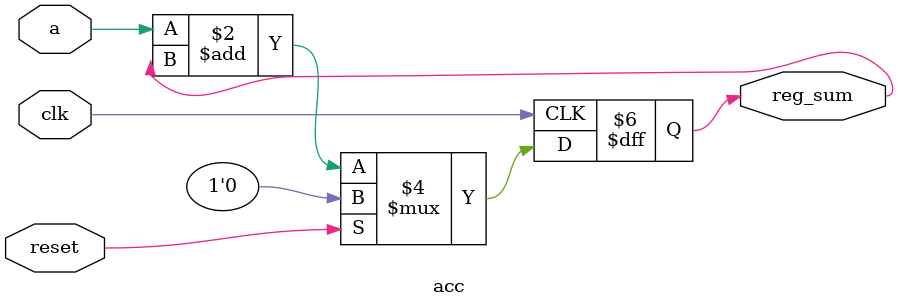
<source format=sv>
module acc(clk, reset, a, reg_sum);

	input clk, reset;
	input a;
	output reg_sum;
	reg reg_sum;
	
always @ (negedge clk)
	if(reset)
		reg_sum <= 1'd0;
	else
		reg_sum <= a + reg_sum;
endmodule
 

</source>
